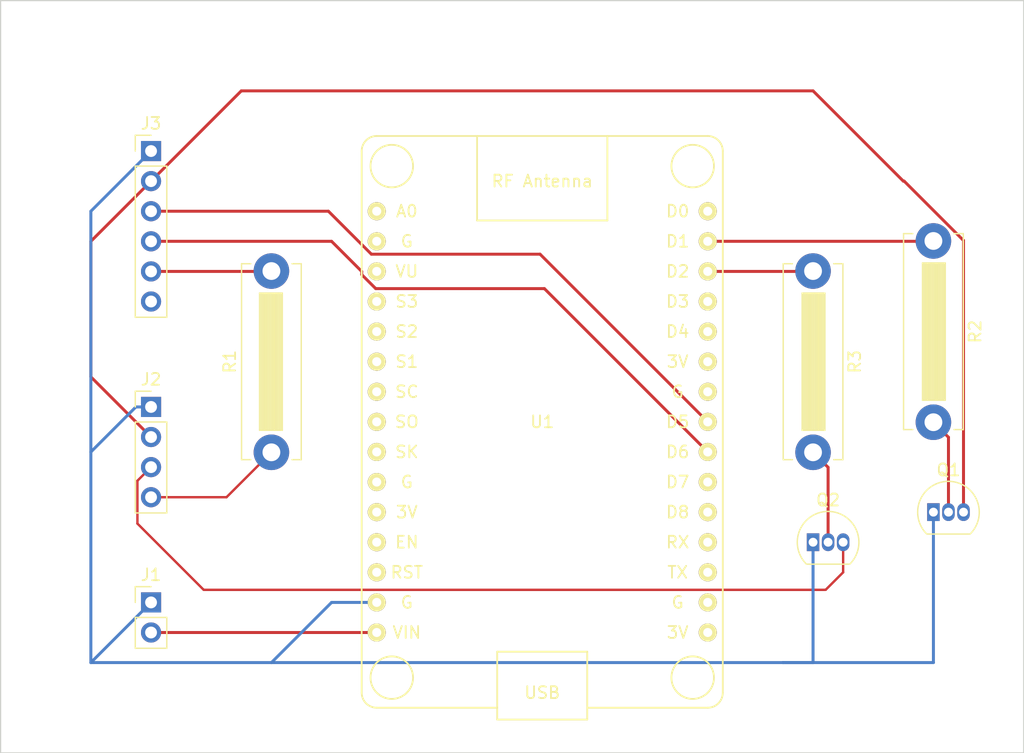
<source format=kicad_pcb>
(kicad_pcb (version 20211014) (generator pcbnew)
  (layers (0 "F.Cu" signal) (31 "B.Cu" power) (34 "B.Paste" user) (35 "F.Paste" user) (36 "B.SilkS" user "B.Silkscreen") (37 "F.SilkS" user "F.Silkscreen") (38 "B.Mask" user) (39 "F.Mask" user) (44 "Edge.Cuts" user))
  (net 0 "")
  (net 14 "/VIN")
  (net 16 "GND")
  (net 21 "/24V LED +")
  (net 22 "/+15VDC")
  (net 27 "Net-(U1-Pad29)")
  (net 28 "/Push Button")
  (net 30 "Net-(U1-Pad28)")
  (net 31 "/24V LED -")
  (net 32 "/Door Closed Switch")
  (net 33 "/Door Open Switch")
  (net 35 "Net-(Q1-Pad2)")
  (net 36 "Net-(Q2-Pad2)")
  (footprint "Resistor_THT:R_Bare_Metal_Element_L16.3mm_W4.8mm_P15.30mm" (layer "F.Cu") (at 119.38 83.85 90)
    (fp_text reference "R1" (at 7.65 -3.52 90) (layer "F.SilkS"))
    (fp_text value "50R")
    (fp_line (start -0.62 -1.74) (end -0.62 -2.52) (layer "F.SilkS") (width 0.12))
    (fp_line (start 1.86 0.56) (end 13.44 0.56) (layer "F.SilkS") (width 0.12))
    (fp_line (start 1.86 0.32) (end 13.44 0.32) (layer "F.SilkS") (width 0.12))
    (fp_line (start 1.86 0.92) (end 13.44 0.92) (layer "F.SilkS") (width 0.12))
    (fp_line (start 1.86 0.8) (end 13.44 0.8) (layer "F.SilkS") (width 0.12))
    (fp_line (start 1.86 -0.88) (end 13.44 -0.88) (layer "F.SilkS") (width 0.12))
    (fp_line (start 1.86 -0.76) (end 13.44 -0.76) (layer "F.SilkS") (width 0.12))
    (fp_line (start 13.44 -1) (end 13.44 0.92) (layer "F.SilkS") (width 0.12))
    (fp_line (start 1.86 -0.64) (end 13.44 -0.64) (layer "F.SilkS") (width 0.12))
    (fp_line (start -0.62 -2.52) (end 15.92 -2.52) (layer "F.SilkS") (width 0.12))
    (fp_line (start -0.62 1.74) (end -0.62 2.52) (layer "F.SilkS") (width 0.12))
    (fp_line (start 1.86 -0.16) (end 13.44 -0.16) (layer "F.SilkS") (width 0.12))
    (fp_line (start 1.86 0.68) (end 13.44 0.68) (layer "F.SilkS") (width 0.12))
    (fp_line (start 1.86 -0.28) (end 13.44 -0.28) (layer "F.SilkS") (width 0.12))
    (fp_line (start 15.92 -2.52) (end 15.92 -1.74) (layer "F.SilkS") (width 0.12))
    (fp_line (start 1.86 0.08) (end 13.44 0.08) (layer "F.SilkS") (width 0.12))
    (fp_line (start 1.86 -0.4) (end 13.44 -0.4) (layer "F.SilkS") (width 0.12))
    (fp_line (start 15.92 2.52) (end 15.92 1.74) (layer "F.SilkS") (width 0.12))
    (fp_line (start 1.86 0.2) (end 13.44 0.2) (layer "F.SilkS") (width 0.12))
    (fp_line (start 1.86 -0.04) (end 13.44 -0.04) (layer "F.SilkS") (width 0.12))
    (fp_line (start 1.86 -1) (end 13.44 -1) (layer "F.SilkS") (width 0.12))
    (fp_line (start -0.62 2.52) (end 15.92 2.52) (layer "F.SilkS") (width 0.12))
    (fp_line (start 1.86 0.44) (end 13.44 0.44) (layer "F.SilkS") (width 0.12))
    (fp_line (start 1.86 -1) (end 1.86 0.92) (layer "F.SilkS") (width 0.12))
    (fp_line (start 1.86 -0.52) (end 13.44 -0.52) (layer "F.SilkS") (width 0.12))
    (pad "1" thru_hole circle (at 0 0 90) (size 3 3) (drill 1.5) (layers *.Cu *.Mask) (net 21 "/24V LED +"))
    (pad "2" thru_hole oval (at 15.3 0 90) (size 3 3) (drill 1.5) (layers *.Cu *.Mask) (net 22 "/+15VDC"))
  )
  (footprint "Connector_PinHeader_2.54mm:PinHeader_1x06_P2.54mm_Vertical" (layer "F.Cu") (at 109.22 58.42)
    (fp_text reference "J3" (at 0 -2.33) (layer "F.SilkS"))
    (fp_text value "Garage Door")
    (fp_line (start 1.33 1.27) (end 1.33 14.03) (layer "F.SilkS") (width 0.12))
    (fp_line (start -1.33 1.27) (end -1.33 14.03) (layer "F.SilkS") (width 0.12))
    (fp_line (start -1.33 0) (end -1.33 -1.33) (layer "F.SilkS") (width 0.12))
    (fp_line (start -1.33 1.27) (end 1.33 1.27) (layer "F.SilkS") (width 0.12))
    (fp_line (start -1.33 14.03) (end 1.33 14.03) (layer "F.SilkS") (width 0.12))
    (fp_line (start -1.33 -1.33) (end 0 -1.33) (layer "F.SilkS") (width 0.12))
    (pad "1" thru_hole rect (at 0 0) (size 1.7 1.7) (drill 1) (layers *.Cu *.Mask) (net 16 "GND"))
    (pad "2" thru_hole oval (at 0 2.54) (size 1.7 1.7) (drill 1) (layers *.Cu *.Mask) (net 28 "/Push Button"))
    (pad "3" thru_hole oval (at 0 5.08) (size 1.7 1.7) (drill 1) (layers *.Cu *.Mask) (net 33 "/Door Open Switch"))
    (pad "4" thru_hole oval (at 0 7.62) (size 1.7 1.7) (drill 1) (layers *.Cu *.Mask) (net 32 "/Door Closed Switch"))
    (pad "5" thru_hole oval (at 0 10.16) (size 1.7 1.7) (drill 1) (layers *.Cu *.Mask) (net 22 "/+15VDC"))
    (pad "6" thru_hole oval (at 0 12.7) (size 1.7 1.7) (drill 1) (layers *.Cu *.Mask))
  )
  (footprint "Resistor_THT:R_Bare_Metal_Element_L16.3mm_W4.8mm_P15.30mm" (layer "F.Cu") (at 165.1 68.55 -90)
    (fp_text reference "R3" (at 7.65 -3.52 90) (layer "F.SilkS"))
    (fp_text value "1000R")
    (fp_line (start 1.86 0.92) (end 13.44 0.92) (layer "F.SilkS") (width 0.12))
    (fp_line (start -0.62 -2.52) (end 15.92 -2.52) (layer "F.SilkS") (width 0.12))
    (fp_line (start 1.86 0.2) (end 13.44 0.2) (layer "F.SilkS") (width 0.12))
    (fp_line (start 1.86 -0.4) (end 13.44 -0.4) (layer "F.SilkS") (width 0.12))
    (fp_line (start 1.86 0.8) (end 13.44 0.8) (layer "F.SilkS") (width 0.12))
    (fp_line (start 1.86 0.08) (end 13.44 0.08) (layer "F.SilkS") (width 0.12))
    (fp_line (start 1.86 -1) (end 1.86 0.92) (layer "F.SilkS") (width 0.12))
    (fp_line (start 1.86 0.68) (end 13.44 0.68) (layer "F.SilkS") (width 0.12))
    (fp_line (start 1.86 -0.76) (end 13.44 -0.76) (layer "F.SilkS") (width 0.12))
    (fp_line (start 1.86 -0.52) (end 13.44 -0.52) (layer "F.SilkS") (width 0.12))
    (fp_line (start -0.62 2.52) (end 15.92 2.52) (layer "F.SilkS") (width 0.12))
    (fp_line (start 1.86 -0.04) (end 13.44 -0.04) (layer "F.SilkS") (width 0.12))
    (fp_line (start 1.86 0.44) (end 13.44 0.44) (layer "F.SilkS") (width 0.12))
    (fp_line (start -0.62 1.74) (end -0.62 2.52) (layer "F.SilkS") (width 0.12))
    (fp_line (start 1.86 0.32) (end 13.44 0.32) (layer "F.SilkS") (width 0.12))
    (fp_line (start 15.92 -2.52) (end 15.92 -1.74) (layer "F.SilkS") (width 0.12))
    (fp_line (start 1.86 -1) (end 13.44 -1) (layer "F.SilkS") (width 0.12))
    (fp_line (start 13.44 -1) (end 13.44 0.92) (layer "F.SilkS") (width 0.12))
    (fp_line (start 1.86 0.56) (end 13.44 0.56) (layer "F.SilkS") (width 0.12))
    (fp_line (start 1.86 -0.16) (end 13.44 -0.16) (layer "F.SilkS") (width 0.12))
    (fp_line (start 1.86 -0.28) (end 13.44 -0.28) (layer "F.SilkS") (width 0.12))
    (fp_line (start -0.62 -1.74) (end -0.62 -2.52) (layer "F.SilkS") (width 0.12))
    (fp_line (start 1.86 -0.64) (end 13.44 -0.64) (layer "F.SilkS") (width 0.12))
    (fp_line (start 15.92 2.52) (end 15.92 1.74) (layer "F.SilkS") (width 0.12))
    (fp_line (start 1.86 -0.88) (end 13.44 -0.88) (layer "F.SilkS") (width 0.12))
    (pad "1" thru_hole circle (at 0 0 270) (size 3 3) (drill 1.5) (layers *.Cu *.Mask) (net 30 "Net-(U1-Pad28)"))
    (pad "2" thru_hole oval (at 15.3 0 270) (size 3 3) (drill 1.5) (layers *.Cu *.Mask) (net 36 "Net-(Q2-Pad2)"))
  )
  (footprint "Resistor_THT:R_Bare_Metal_Element_L16.3mm_W4.8mm_P15.30mm" (layer "F.Cu") (at 175.26 66.01 -90)
    (fp_text reference "R2" (at 7.65 -3.52 90) (layer "F.SilkS"))
    (fp_text value "1000R")
    (fp_line (start -0.62 1.74) (end -0.62 2.52) (layer "F.SilkS") (width 0.12))
    (fp_line (start -0.62 -2.52) (end 15.92 -2.52) (layer "F.SilkS") (width 0.12))
    (fp_line (start -0.62 2.52) (end 15.92 2.52) (layer "F.SilkS") (width 0.12))
    (fp_line (start 1.86 0.8) (end 13.44 0.8) (layer "F.SilkS") (width 0.12))
    (fp_line (start 1.86 0.44) (end 13.44 0.44) (layer "F.SilkS") (width 0.12))
    (fp_line (start 1.86 0.56) (end 13.44 0.56) (layer "F.SilkS") (width 0.12))
    (fp_line (start 1.86 -0.64) (end 13.44 -0.64) (layer "F.SilkS") (width 0.12))
    (fp_line (start 1.86 0.32) (end 13.44 0.32) (layer "F.SilkS") (width 0.12))
    (fp_line (start 15.92 2.52) (end 15.92 1.74) (layer "F.SilkS") (width 0.12))
    (fp_line (start 1.86 0.2) (end 13.44 0.2) (layer "F.SilkS") (width 0.12))
    (fp_line (start 1.86 -0.88) (end 13.44 -0.88) (layer "F.SilkS") (width 0.12))
    (fp_line (start 1.86 0.08) (end 13.44 0.08) (layer "F.SilkS") (width 0.12))
    (fp_line (start -0.62 -1.74) (end -0.62 -2.52) (layer "F.SilkS") (width 0.12))
    (fp_line (start 1.86 -0.04) (end 13.44 -0.04) (layer "F.SilkS") (width 0.12))
    (fp_line (start 1.86 0.92) (end 13.44 0.92) (layer "F.SilkS") (width 0.12))
    (fp_line (start 1.86 -0.52) (end 13.44 -0.52) (layer "F.SilkS") (width 0.12))
    (fp_line (start 13.44 -1) (end 13.44 0.92) (layer "F.SilkS") (width 0.12))
    (fp_line (start 1.86 -1) (end 13.44 -1) (layer "F.SilkS") (width 0.12))
    (fp_line (start 15.92 -2.52) (end 15.92 -1.74) (layer "F.SilkS") (width 0.12))
    (fp_line (start 1.86 -0.76) (end 13.44 -0.76) (layer "F.SilkS") (width 0.12))
    (fp_line (start 1.86 -1) (end 1.86 0.92) (layer "F.SilkS") (width 0.12))
    (fp_line (start 1.86 -0.28) (end 13.44 -0.28) (layer "F.SilkS") (width 0.12))
    (fp_line (start 1.86 -0.4) (end 13.44 -0.4) (layer "F.SilkS") (width 0.12))
    (fp_line (start 1.86 -0.16) (end 13.44 -0.16) (layer "F.SilkS") (width 0.12))
    (fp_line (start 1.86 0.68) (end 13.44 0.68) (layer "F.SilkS") (width 0.12))
    (pad "1" thru_hole circle (at 0 0 270) (size 3 3) (drill 1.5) (layers *.Cu *.Mask) (net 27 "Net-(U1-Pad29)"))
    (pad "2" thru_hole oval (at 15.3 0 270) (size 3 3) (drill 1.5) (layers *.Cu *.Mask) (net 35 "Net-(Q1-Pad2)"))
  )
  (footprint "Package_TO_SOT_THT:TO-92_Inline" (layer "F.Cu") (at 165.1 91.44)
    (fp_text reference "Q2" (at 1.27 -3.56) (layer "F.SilkS"))
    (fp_text value "2N3904")
    (fp_line (start -0.53 1.85) (end 3.07 1.85) (layer "F.SilkS") (width 0.12))
    (fp_arc (start -0.568478 1.838478) (mid -1.132087 -0.994977) (end 1.27 -2.6) (layer "F.SilkS") (width 0.12))
    (fp_arc (start 1.27 -2.6) (mid 3.672087 -0.994977) (end 3.108478 1.838478) (layer "F.SilkS") (width 0.12))
    (pad "1" thru_hole rect (at 0 0) (size 1.05 1.5) (drill 0.75) (layers *.Cu *.Mask) (net 16 "GND"))
    (pad "2" thru_hole oval (at 1.27 0) (size 1.05 1.5) (drill 0.75) (layers *.Cu *.Mask) (net 36 "Net-(Q2-Pad2)"))
    (pad "3" thru_hole oval (at 2.54 0) (size 1.05 1.5) (drill 0.75) (layers *.Cu *.Mask) (net 31 "/24V LED -"))
  )
  (footprint "Connector_PinHeader_2.54mm:PinHeader_1x02_P2.54mm_Vertical" (layer "F.Cu") (at 109.22 96.52)
    (fp_text reference "J1" (at 0 -2.33) (layer "F.SilkS"))
    (fp_text value "Power Input")
    (fp_line (start -1.33 3.87) (end 1.33 3.87) (layer "F.SilkS") (width 0.12))
    (fp_line (start -1.33 -1.33) (end 0 -1.33) (layer "F.SilkS") (width 0.12))
    (fp_line (start 1.33 1.27) (end 1.33 3.87) (layer "F.SilkS") (width 0.12))
    (fp_line (start -1.33 1.27) (end 1.33 1.27) (layer "F.SilkS") (width 0.12))
    (fp_line (start -1.33 0) (end -1.33 -1.33) (layer "F.SilkS") (width 0.12))
    (fp_line (start -1.33 1.27) (end -1.33 3.87) (layer "F.SilkS") (width 0.12))
    (pad "1" thru_hole rect (at 0 0) (size 1.7 1.7) (drill 1) (layers *.Cu *.Mask) (net 16 "GND"))
    (pad "2" thru_hole oval (at 0 2.54) (size 1.7 1.7) (drill 1) (layers *.Cu *.Mask) (net 14 "/VIN"))
  )
  (footprint "Package_TO_SOT_THT:TO-92_Inline" (layer "F.Cu") (at 175.26 88.9)
    (fp_text reference "Q1" (at 1.27 -3.56) (layer "F.SilkS"))
    (fp_text value "2N3904")
    (fp_line (start -0.53 1.85) (end 3.07 1.85) (layer "F.SilkS") (width 0.12))
    (fp_arc (start 1.27 -2.6) (mid 3.672087 -0.994977) (end 3.108478 1.838478) (layer "F.SilkS") (width 0.12))
    (fp_arc (start -0.568478 1.838478) (mid -1.132087 -0.994977) (end 1.27 -2.6) (layer "F.SilkS") (width 0.12))
    (pad "1" thru_hole rect (at 0 0) (size 1.05 1.5) (drill 0.75) (layers *.Cu *.Mask) (net 16 "GND"))
    (pad "2" thru_hole oval (at 1.27 0) (size 1.05 1.5) (drill 0.75) (layers *.Cu *.Mask) (net 35 "Net-(Q1-Pad2)"))
    (pad "3" thru_hole oval (at 2.54 0) (size 1.05 1.5) (drill 0.75) (layers *.Cu *.Mask) (net 28 "/Push Button"))
  )
  (footprint "Connector_PinHeader_2.54mm:PinHeader_1x04_P2.54mm_Vertical" (layer "F.Cu") (at 109.22 80.02)
    (fp_text reference "J2" (at 0 -2.33) (layer "F.SilkS"))
    (fp_text value "Button Module")
    (fp_line (start -1.33 -1.33) (end 0 -1.33) (layer "F.SilkS") (width 0.12))
    (fp_line (start -1.33 8.95) (end 1.33 8.95) (layer "F.SilkS") (width 0.12))
    (fp_line (start 1.33 1.27) (end 1.33 8.95) (layer "F.SilkS") (width 0.12))
    (fp_line (start -1.33 1.27) (end -1.33 8.95) (layer "F.SilkS") (width 0.12))
    (fp_line (start -1.33 1.27) (end 1.33 1.27) (layer "F.SilkS") (width 0.12))
    (fp_line (start -1.33 0) (end -1.33 -1.33) (layer "F.SilkS") (width 0.12))
    (pad "1" thru_hole rect (at 0 0) (size 1.7 1.7) (drill 1) (layers *.Cu *.Mask) (net 16 "GND"))
    (pad "2" thru_hole oval (at 0 2.54) (size 1.7 1.7) (drill 1) (layers *.Cu *.Mask) (net 28 "/Push Button"))
    (pad "3" thru_hole oval (at 0 5.08) (size 1.7 1.7) (drill 1) (layers *.Cu *.Mask) (net 31 "/24V LED -"))
    (pad "4" thru_hole oval (at 0 7.62) (size 1.7 1.7) (drill 1) (layers *.Cu *.Mask) (net 21 "/24V LED +"))
  )
  (footprint "ESP8266:NodeMCU1.0(12-E)" (layer "F.Cu") (at 142.24 81.28)
    (fp_text reference "U1" (at 0 0) (layer "F.SilkS"))
    (fp_text value "NodeMCU1.0(ESP-12E)")
    (fp_text user "D6" (at 11.43 2.54) (layer "F.SilkS"))
    (fp_text user "D2" (at 11.43 -12.7) (layer "F.SilkS"))
    (fp_text user "TX" (at 11.43 12.7) (layer "F.SilkS"))
    (fp_text user "D3" (at 11.43 -10.16) (layer "F.SilkS"))
    (fp_text user "SO" (at -11.43 0) (layer "F.SilkS"))
    (fp_text user "RF Antenna" (at 0 -20.32) (layer "F.SilkS"))
    (fp_text user "A0" (at -11.43 -17.78) (layer "F.SilkS"))
    (fp_text user "G" (at -11.43 15.24) (layer "F.SilkS"))
    (fp_text user "USB" (at 0 22.86) (layer "F.SilkS"))
    (fp_text user "G" (at -11.43 5.08) (layer "F.SilkS"))
    (fp_text user "RX" (at 11.43 10.16) (layer "F.SilkS"))
    (fp_text user "D1" (at 11.43 -15.24) (layer "F.SilkS"))
    (fp_text user "3V" (at 11.43 17.78) (layer "F.SilkS"))
    (fp_text user "VU" (at -11.43 -12.7) (layer "F.SilkS"))
    (fp_text user "RST" (at -11.43 12.7) (layer "F.SilkS"))
    (fp_text user "G" (at 11.43 15.24) (layer "F.SilkS"))
    (fp_text user "D7" (at 11.43 5.08) (layer "F.SilkS"))
    (fp_text user "3V" (at -11.43 7.62) (layer "F.SilkS"))
    (fp_text user "D0" (at 11.43 -17.78) (layer "F.SilkS"))
    (fp_text user "VIN" (at -11.43 17.78) (layer "F.SilkS"))
    (fp_text user "G" (at 11.43 -2.54) (layer "F.SilkS"))
    (fp_text user "S2" (at -11.43 -7.62) (layer "F.SilkS"))
    (fp_text user "EN" (at -11.43 10.16) (layer "F.SilkS"))
    (fp_text user "D5" (at 11.43 0) (layer "F.SilkS"))
    (fp_text user "D4" (at 11.43 -7.62) (layer "F.SilkS"))
    (fp_text user "SK" (at -11.43 2.54) (layer "F.SilkS"))
    (fp_text user "S3" (at -11.43 -10.16) (layer "F.SilkS"))
    (fp_text user "S1" (at -11.43 -5.08) (layer "F.SilkS"))
    (fp_text user "3V" (at 11.43 -5.08) (layer "F.SilkS"))
    (fp_text user "D8" (at 11.43 7.62) (layer "F.SilkS"))
    (fp_text user "SC" (at -11.43 -2.54) (layer "F.SilkS"))
    (fp_text user "G" (at -11.43 -15.24) (layer "F.SilkS"))
    (fp_line (start 3.8 25.13) (end -3.8 25.13) (layer "F.SilkS") (width 0.15))
    (fp_line (start -5.5 -17) (end -5.5 -24.13) (layer "F.SilkS") (width 0.15))
    (fp_line (start -3.8 25.13) (end -3.8 19.4) (layer "F.SilkS") (width 0.15))
    (fp_line (start 3.8 19.4) (end 3.8 25.13) (layer "F.SilkS") (width 0.15))
    (fp_line (start 5.5 -17) (end -5.5 -17) (layer "F.SilkS") (width 0.15))
    (fp_line (start 5.5 -24.13) (end 5.5 -17) (layer "F.SilkS") (width 0.15))
    (fp_line (start 15.24 -22.86) (end 15.24 22.86) (layer "F.SilkS") (width 0.15))
    (fp_line (start -3.8 19.4) (end 3.8 19.4) (layer "F.SilkS") (width 0.15))
    (fp_line (start 13.98 24.13) (end 3.81 24.13) (layer "F.SilkS") (width 0.15))
    (fp_line (start -3.8 24.13) (end -13.97 24.13) (layer "F.SilkS") (width 0.15))
    (fp_line (start 13.97 -24.13) (end -13.97 -24.13) (layer "F.SilkS") (width 0.15))
    (fp_line (start -15.24 -22.86) (end -15.24 22.86) (layer "F.SilkS") (width 0.15))
    (fp_arc (start -15.24 -22.86) (mid -14.868026 -23.758026) (end -13.97 -24.13) (layer "F.SilkS") (width 0.15))
    (fp_arc (start -13.97 24.13) (mid -14.868026 23.758026) (end -15.24 22.86) (layer "F.SilkS") (width 0.15))
    (fp_arc (start 15.24 22.86) (mid 14.868026 23.758026) (end 13.97 24.13) (layer "F.SilkS") (width 0.15))
    (fp_arc (start 13.97 -24.13) (mid 14.868026 -23.758026) (end 15.24 -22.86) (layer "F.SilkS") (width 0.15))
    (fp_circle (center 12.7 21.59) (end 13.97 20.32) (layer "F.SilkS") (width 0.15) (fill none))
    (fp_circle (center -12.7 21.59) (end -11.43 20.32) (layer "F.SilkS") (width 0.15) (fill none))
    (fp_circle (center 12.7 -21.59) (end 13.97 -22.86) (layer "F.SilkS") (width 0.15) (fill none))
    (fp_circle (center -12.7 -21.59) (end -11.43 -22.86) (layer "F.SilkS") (width 0.15) (fill none))
    (pad "1" thru_hole circle locked (at -13.97 -17.78) (size 1.524 1.524) (drill 0.762) (layers *.Cu *.Mask "F.SilkS"))
    (pad "2" thru_hole circle locked (at -13.97 -15.24) (size 1.524 1.524) (drill 0.762) (layers *.Cu *.Mask "F.SilkS"))
    (pad "3" thru_hole circle locked (at -13.97 -12.7) (size 1.524 1.524) (drill 0.762) (layers *.Cu *.Mask "F.SilkS"))
    (pad "4" thru_hole circle locked (at -13.97 -10.16) (size 1.524 1.524) (drill 0.762) (layers *.Cu *.Mask "F.SilkS"))
    (pad "5" thru_hole circle locked (at -13.97 -7.62) (size 1.524 1.524) (drill 0.762) (layers *.Cu *.Mask "F.SilkS"))
    (pad "6" thru_hole circle locked (at -13.97 -5.08) (size 1.524 1.524) (drill 0.762) (layers *.Cu *.Mask "F.SilkS"))
    (pad "7" thru_hole circle locked (at -13.97 -2.54) (size 1.524 1.524) (drill 0.762) (layers *.Cu *.Mask "F.SilkS"))
    (pad "8" thru_hole circle locked (at -13.97 0) (size 1.524 1.524) (drill 0.762) (layers *.Cu *.Mask "F.SilkS"))
    (pad "9" thru_hole circle locked (at -13.97 2.54) (size 1.524 1.524) (drill 0.762) (layers *.Cu *.Mask "F.SilkS"))
    (pad "10" thru_hole circle locked (at -13.97 5.08) (size 1.524 1.524) (drill 0.762) (layers *.Cu *.Mask "F.SilkS"))
    (pad "11" thru_hole circle locked (at -13.97 7.62) (size 1.524 1.524) (drill 0.762) (layers *.Cu *.Mask "F.SilkS"))
    (pad "12" thru_hole circle locked (at -13.97 10.16) (size 1.524 1.524) (drill 0.762) (layers *.Cu *.Mask "F.SilkS"))
    (pad "13" thru_hole circle locked (at -13.97 12.7) (size 1.524 1.524) (drill 0.762) (layers *.Cu *.Mask "F.SilkS"))
    (pad "14" thru_hole circle locked (at -13.97 15.24) (size 1.524 1.524) (drill 0.762) (layers *.Cu *.Mask "F.SilkS") (net 16 "GND"))
    (pad "15" thru_hole circle locked (at -13.97 17.78) (size 1.524 1.524) (drill 0.762) (layers *.Cu *.Mask "F.SilkS") (net 14 "/VIN"))
    (pad "16" thru_hole circle locked (at 13.97 17.78) (size 1.524 1.524) (drill 0.762) (layers *.Cu *.Mask "F.SilkS"))
    (pad "17" thru_hole circle locked (at 13.97 15.24) (size 1.524 1.524) (drill 0.762) (layers *.Cu *.Mask "F.SilkS"))
    (pad "18" thru_hole circle locked (at 13.97 12.7) (size 1.524 1.524) (drill 0.762) (layers *.Cu *.Mask "F.SilkS"))
    (pad "19" thru_hole circle locked (at 13.97 10.16) (size 1.524 1.524) (drill 0.762) (layers *.Cu *.Mask "F.SilkS"))
    (pad "20" thru_hole circle locked (at 13.97 7.62) (size 1.524 1.524) (drill 0.762) (layers *.Cu *.Mask "F.SilkS"))
    (pad "21" thru_hole circle locked (at 13.97 5.08) (size 1.524 1.524) (drill 0.762) (layers *.Cu *.Mask "F.SilkS"))
    (pad "22" thru_hole circle locked (at 13.97 2.54) (size 1.524 1.524) (drill 0.762) (layers *.Cu *.Mask "F.SilkS") (net 32 "/Door Closed Switch"))
    (pad "23" thru_hole circle locked (at 13.97 0) (size 1.524 1.524) (drill 0.762) (layers *.Cu *.Mask "F.SilkS") (net 33 "/Door Open Switch"))
    (pad "24" thru_hole circle locked (at 13.97 -2.54) (size 1.524 1.524) (drill 0.762) (layers *.Cu *.Mask "F.SilkS"))
    (pad "25" thru_hole circle locked (at 13.97 -5.08) (size 1.524 1.524) (drill 0.762) (layers *.Cu *.Mask "F.SilkS"))
    (pad "26" thru_hole circle locked (at 13.97 -7.62) (size 1.524 1.524) (drill 0.762) (layers *.Cu *.Mask "F.SilkS"))
    (pad "27" thru_hole circle locked (at 13.97 -10.16) (size 1.524 1.524) (drill 0.762) (layers *.Cu *.Mask "F.SilkS"))
    (pad "28" thru_hole circle locked (at 13.97 -12.7) (size 1.524 1.524) (drill 0.762) (layers *.Cu *.Mask "F.SilkS") (net 30 "Net-(U1-Pad28)"))
    (pad "29" thru_hole circle locked (at 13.97 -15.24) (size 1.524 1.524) (drill 0.762) (layers *.Cu *.Mask "F.SilkS") (net 27 "Net-(U1-Pad29)"))
    (pad "30" thru_hole circle locked (at 13.97 -17.78) (size 1.524 1.524) (drill 0.762) (layers *.Cu *.Mask "F.SilkS"))
  )
  (gr_rect (start 96.52 45.72) (end 182.88 109.22) (layer "Edge.Cuts") (width 0.1) (fill none))
  (segment (start 109.22 99.06) (end 128.27 99.06) (width 0.25) (layer "F.Cu") (net 14))
  (segment (start 165.1 101.6) (end 162.56 101.6) (width 0.25) (layer "B.Cu") (net 16))
  (segment (start 128.27 96.52) (end 124.46 96.52) (width 0.25) (layer "B.Cu") (net 16))
  (segment (start 165.1 91.44) (end 165.1 101.6) (width 0.25) (layer "B.Cu") (net 16))
  (segment (start 104.14 83.82) (end 107.94 80.02) (width 0.25) (layer "B.Cu") (net 16))
  (segment (start 107.94 80.02) (end 109.22 80.02) (width 0.25) (layer "B.Cu") (net 16))
  (segment (start 162.56 101.6) (end 175.26 101.6) (width 0.25) (layer "B.Cu") (net 16))
  (segment (start 104.14 101.6) (end 104.14 83.82) (width 0.25) (layer "B.Cu") (net 16))
  (segment (start 175.26 101.6) (end 175.26 88.9) (width 0.25) (layer "B.Cu") (net 16))
  (segment (start 104.14 101.6) (end 109.22 96.52) (width 0.25) (layer "B.Cu") (net 16))
  (segment (start 104.14 63.5) (end 109.22 58.42) (width 0.25) (layer "B.Cu") (net 16))
  (segment (start 162.56 101.6) (end 119.38 101.6) (width 0.25) (layer "B.Cu") (net 16))
  (segment (start 119.38 101.6) (end 104.14 101.6) (width 0.25) (layer "B.Cu") (net 16))
  (segment (start 104.14 83.82) (end 104.14 63.5) (width 0.25) (layer "B.Cu") (net 16))
  (segment (start 124.46 96.52) (end 119.38 101.6) (width 0.25) (layer "B.Cu") (net 16))
  (segment (start 115.59 87.64) (end 119.38 83.85) (width 0.2) (layer "F.Cu") (net 21))
  (segment (start 109.22 87.64) (end 115.59 87.64) (width 0.2) (layer "F.Cu") (net 21))
  (segment (start 109.22 68.58) (end 119.35 68.58) (width 0.25) (layer "F.Cu") (net 22))
  (segment (start 119.35 68.58) (end 119.38 68.55) (width 0.25) (layer "F.Cu") (net 22))
  (segment (start 156.21 66.04) (end 175.23 66.04) (width 0.25) (layer "F.Cu") (net 27))
  (segment (start 175.23 66.04) (end 175.26 66.01) (width 0.25) (layer "F.Cu") (net 27))
  (segment (start 172.72 60.96) (end 165.1 53.34) (width 0.25) (layer "F.Cu") (net 28))
  (segment (start 116.84 53.34) (end 109.22 60.96) (width 0.25) (layer "F.Cu") (net 28))
  (segment (start 109.22 60.96) (end 104.14 66.04) (width 0.25) (layer "F.Cu") (net 28))
  (segment (start 172.79094 60.96) (end 177.8 65.96906) (width 0.25) (layer "F.Cu") (net 28))
  (segment (start 177.8 65.96906) (end 177.8 88.9) (width 0.25) (layer "F.Cu") (net 28))
  (segment (start 172.79094 60.96) (end 172.72 60.96) (width 0.25) (layer "F.Cu") (net 28))
  (segment (start 104.14 77.48) (end 109.22 82.56) (width 0.25) (layer "F.Cu") (net 28))
  (segment (start 104.14 66.04) (end 104.14 77.48) (width 0.25) (layer "F.Cu") (net 28))
  (segment (start 165.1 53.34) (end 116.84 53.34) (width 0.25) (layer "F.Cu") (net 28))
  (segment (start 165.07 68.58) (end 165.1 68.55) (width 0.25) (layer "F.Cu") (net 30))
  (segment (start 156.21 68.58) (end 165.07 68.58) (width 0.25) (layer "F.Cu") (net 30))
  (segment (start 167.64 91.44) (end 167.64 93.98) (width 0.2) (layer "F.Cu") (net 31))
  (segment (start 109.22 85.1) (end 108.07 86.25) (width 0.2) (layer "F.Cu") (net 31))
  (segment (start 108.07 89.865) (end 113.663 95.458) (width 0.2) (layer "F.Cu") (net 31))
  (segment (start 166.162 95.458) (end 167.64 93.98) (width 0.2) (layer "F.Cu") (net 31))
  (segment (start 108.07 86.25) (end 108.07 89.865) (width 0.2) (layer "F.Cu") (net 31))
  (segment (start 113.663 95.458) (end 166.162 95.458) (width 0.2) (layer "F.Cu") (net 31))
  (segment (start 128.185749 70.033) (end 142.423 70.033) (width 0.25) (layer "F.Cu") (net 32))
  (segment (start 124.46 66.04) (end 127 68.58) (width 0.25) (layer "F.Cu") (net 32))
  (segment (start 127 68.58) (end 127 68.847251) (width 0.25) (layer "F.Cu") (net 32))
  (segment (start 109.22 66.04) (end 124.46 66.04) (width 0.25) (layer "F.Cu") (net 32))
  (segment (start 127 68.847251) (end 128.185749 70.033) (width 0.25) (layer "F.Cu") (net 32))
  (segment (start 142.423 70.033) (end 156.21 83.82) (width 0.25) (layer "F.Cu") (net 32))
  (segment (start 109.22 63.5) (end 124.192749 63.5) (width 0.25) (layer "F.Cu") (net 33))
  (segment (start 142.057 67.127) (end 156.21 81.28) (width 0.25) (layer "F.Cu") (net 33))
  (segment (start 124.192749 63.5) (end 127.819749 67.127) (width 0.25) (layer "F.Cu") (net 33))
  (segment (start 127.819749 67.127) (end 142.057 67.127) (width 0.25) (layer "F.Cu") (net 33))
  (segment (start 175.26 81.31) (end 176.53 82.58) (width 0.25) (layer "F.Cu") (net 35))
  (segment (start 176.53 82.58) (end 176.53 88.9) (width 0.25) (layer "F.Cu") (net 35))
  (segment (start 165.1 83.85) (end 166.37 85.12) (width 0.25) (layer "F.Cu") (net 36))
  (segment (start 166.37 85.12) (end 166.37 91.44) (width 0.25) (layer "F.Cu") (net 36))
)
</source>
